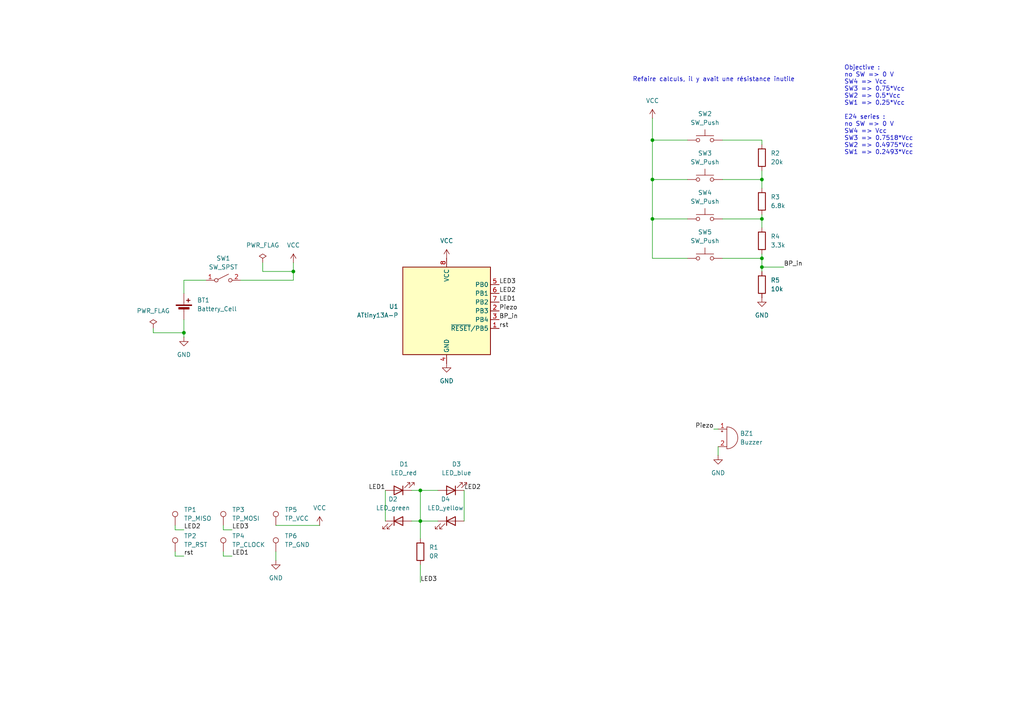
<source format=kicad_sch>
(kicad_sch (version 20231120) (generator "eeschema") (generator_version "8.0")
  (paper "A4")
  (lib_symbols
    (symbol "Connector:TestPoint" (pin_numbers hide) (pin_names (offset 0.762) hide)
      (property "Reference" "TP" (at 0 6.858 0))
      (property "Value" "TestPoint" (at 0 5.08 0))
      (symbol "TestPoint_0_1"
        (circle (center 0 3.302) (radius 0.762))
      )
      (symbol "TestPoint_1_1"
        (pin passive line (at 0 0 90) (length 2.54) (name "1") (number "1"))
      )
    )
    (symbol "Device:Battery_Cell" (pin_numbers hide) (pin_names (offset 0) hide)
      (property "Reference" "BT" (at 2.54 2.54 0))
      (property "Value" "Battery_Cell" (at 2.54 0 0))
      (symbol "Battery_Cell_0_1"
        (rectangle (start -2.286 1.778) (end 2.286 1.524) (fill (type outline)))
        (rectangle (start -1.524 1.016) (end 1.524 0.508) (fill (type outline)))
        (polyline (pts (xy 0 0.762) (xy 0 0)))
        (polyline (pts (xy 0 1.778) (xy 0 2.54)))
        (polyline (pts (xy 0.762 3.048) (xy 1.778 3.048)) (stroke (width 0.254)))
        (polyline (pts (xy 1.27 3.556) (xy 1.27 2.54)) (stroke (width 0.254)))
      )
      (symbol "Battery_Cell_1_1"
        (pin passive line (at 0 5.08 270) (length 2.54) (name "+") (number "1"))
        (pin passive line (at 0 -2.54 90) (length 2.54) (name "-") (number "2"))
      )
    )
    (symbol "Device:Buzzer" (pin_names (offset 0.0254) hide)
      (property "Reference" "BZ" (at 3.81 1.27 0))
      (property "Value" "Buzzer" (at 3.81 -1.27 0))
      (symbol "Buzzer_0_1"
        (arc (start 0 -3.175) (mid 3.1612 0) (end 0 3.175))
        (polyline (pts (xy -1.651 1.905) (xy -1.143 1.905)))
        (polyline (pts (xy -1.397 2.159) (xy -1.397 1.651)))
        (polyline (pts (xy 0 3.175) (xy 0 -3.175)))
      )
      (symbol "Buzzer_1_1"
        (pin passive line (at -2.54 2.54 0) (length 2.54) (name "+") (number "1"))
        (pin passive line (at -2.54 -2.54 0) (length 2.54) (name "-") (number "2"))
      )
    )
    (symbol "Device:LED" (pin_numbers hide) (pin_names (offset 1.016) hide)
      (property "Reference" "D" (at 0 2.54 0))
      (property "Value" "LED" (at 0 -2.54 0))
      (symbol "LED_0_1"
        (polyline (pts (xy -1.27 -1.27) (xy -1.27 1.27)) (stroke (width 0.254)))
        (polyline (pts (xy -1.27 0) (xy 1.27 0)))
        (polyline (pts (xy 1.27 -1.27) (xy 1.27 1.27) (xy -1.27 0) (xy 1.27 -1.27)) (stroke (width 0.254)))
        (polyline (pts (xy -3.048 -0.762) (xy -4.572 -2.286) (xy -3.81 -2.286) (xy -4.572 -2.286) (xy -4.572 -1.524)))
        (polyline (pts (xy -1.778 -0.762) (xy -3.302 -2.286) (xy -2.54 -2.286) (xy -3.302 -2.286) (xy -3.302 -1.524)))
      )
      (symbol "LED_1_1"
        (pin passive line (at -3.81 0 0) (length 2.54) (name "K") (number "1"))
        (pin passive line (at 3.81 0 180) (length 2.54) (name "A") (number "2"))
      )
    )
    (symbol "Device:R" (pin_numbers hide) (pin_names (offset 0))
      (property "Reference" "R" (at 2.032 0 90))
      (property "Value" "R" (at 0 0 90))
      (symbol "R_0_1"
        (rectangle (start -1.016 -2.54) (end 1.016 2.54) (stroke (width 0.254)))
      )
      (symbol "R_1_1"
        (pin passive line (at 0 3.81 270) (length 1.27) (name "~") (number "1"))
        (pin passive line (at 0 -3.81 90) (length 1.27) (name "~") (number "2"))
      )
    )
    (symbol "MCU_Microchip_ATtiny:ATtiny13A-P"
      (property "Reference" "U" (at -12.7 13.97 0))
      (property "Value" "ATtiny13A-P" (at 2.54 -13.97 0))
      (symbol "ATtiny13A-P_0_1"
        (rectangle (start -12.7 -12.7) (end 12.7 12.7) (stroke (width 0.254)) (fill (type background)))
      )
      (symbol "ATtiny13A-P_1_1"
        (pin bidirectional line (at 15.24 -5.08 180) (length 2.54) (name "~{RESET}/PB5") (number "1"))
        (pin bidirectional line (at 15.24 0 180) (length 2.54) (name "PB3") (number "2"))
        (pin bidirectional line (at 15.24 -2.54 180) (length 2.54) (name "PB4") (number "3"))
        (pin power_in line (at 0 -15.24 90) (length 2.54) (name "GND") (number "4"))
        (pin bidirectional line (at 15.24 7.62 180) (length 2.54) (name "PB0") (number "5"))
        (pin bidirectional line (at 15.24 5.08 180) (length 2.54) (name "PB1") (number "6"))
        (pin bidirectional line (at 15.24 2.54 180) (length 2.54) (name "PB2") (number "7"))
        (pin power_in line (at 0 15.24 270) (length 2.54) (name "VCC") (number "8"))
      )
    )
    (symbol "Switch:SW_Push" (pin_numbers hide) (pin_names (offset 1.016) hide)
      (property "Reference" "SW" (at 1.27 2.54 0))
      (property "Value" "SW_Push" (at 0 -1.524 0))
      (symbol "SW_Push_0_1"
        (circle (center -2.032 0) (radius 0.508))
        (polyline (pts (xy 0 1.27) (xy 0 3.048)))
        (polyline (pts (xy 2.54 1.27) (xy -2.54 1.27)))
        (circle (center 2.032 0) (radius 0.508))
        (pin passive line (at -5.08 0 0) (length 2.54) (name "1") (number "1"))
        (pin passive line (at 5.08 0 180) (length 2.54) (name "2") (number "2"))
      )
    )
    (symbol "Switch:SW_SPST" (pin_names (offset 0) hide)
      (property "Reference" "SW" (at 0 3.175 0))
      (property "Value" "SW_SPST" (at 0 -2.54 0))
      (symbol "SW_SPST_0_0"
        (circle (center -2.032 0) (radius 0.508))
        (polyline (pts (xy -1.524 0.254) (xy 1.524 1.778)))
        (circle (center 2.032 0) (radius 0.508))
      )
      (symbol "SW_SPST_1_1"
        (pin passive line (at -5.08 0 0) (length 2.54) (name "A") (number "1"))
        (pin passive line (at 5.08 0 180) (length 2.54) (name "B") (number "2"))
      )
    )
    (symbol "power:GND" (power) (pin_numbers hide) (pin_names (offset 0) hide)
      (property "Value" "GND" (at 0 -3.81 0))
      (symbol "GND_0_1"
        (polyline (pts (xy 0 0) (xy 0 -1.27) (xy 1.27 -1.27) (xy 0 -2.54) (xy -1.27 -1.27) (xy 0 -1.27)))
      )
      (symbol "GND_1_1"
        (pin power_in line (at 0 0 270) (length 0) (name "~") (number "1"))
      )
    )
    (symbol "power:PWR_FLAG" (power) (pin_numbers hide) (pin_names (offset 0) hide)
      (property "Value" "PWR_FLAG" (at 0 3.81 0))
      (symbol "PWR_FLAG_0_0"
        (pin power_out line (at 0 0 90) (length 0) (name "~") (number "1"))
      )
      (symbol "PWR_FLAG_0_1"
        (polyline (pts (xy 0 0) (xy 0 1.27) (xy -1.016 1.905) (xy 0 2.54) (xy 1.016 1.905) (xy 0 1.27)))
      )
    )
    (symbol "power:VCC" (power) (pin_numbers hide) (pin_names (offset 0) hide)
      (property "Value" "VCC" (at 0 3.556 0))
      (symbol "VCC_0_1"
        (polyline (pts (xy -0.762 1.27) (xy 0 2.54)))
        (polyline (pts (xy 0 0) (xy 0 2.54)))
        (polyline (pts (xy 0 2.54) (xy 0.762 1.27)))
      )
      (symbol "VCC_1_1"
        (pin power_in line (at 0 0 90) (length 0) (name "~") (number "1"))
      )
    )
  )
  (junction (at 220.98 77.47))
  (junction (at 220.98 52.07))
  (junction (at 53.34 96.52))
  (junction (at 189.23 63.5))
  (junction (at 121.92 142.24))
  (junction (at 85.09 78.74))
  (junction (at 189.23 40.64))
  (junction (at 220.98 63.5))
  (junction (at 220.98 74.93))
  (junction (at 121.92 151.13))
  (junction (at 189.23 52.07))
  (wire (pts (xy 220.98 73.66) (xy 220.98 74.93)))
  (wire (pts (xy 189.23 34.29) (xy 189.23 40.64)))
  (wire (pts (xy 220.98 63.5) (xy 220.98 66.04)))
  (wire (pts (xy 53.34 161.29) (xy 50.8 161.29)))
  (wire (pts (xy 119.38 151.13) (xy 121.92 151.13)))
  (wire (pts (xy 220.98 74.93) (xy 220.98 77.47)))
  (wire (pts (xy 121.92 142.24) (xy 127 142.24)))
  (wire (pts (xy 220.98 49.53) (xy 220.98 52.07)))
  (wire (pts (xy 85.09 78.74) (xy 85.09 81.28)))
  (wire (pts (xy 53.34 97.79) (xy 53.34 96.52)))
  (wire (pts (xy 80.01 152.4) (xy 92.71 152.4)))
  (wire (pts (xy 189.23 40.64) (xy 189.23 52.07)))
  (wire (pts (xy 220.98 77.47) (xy 220.98 78.74)))
  (wire (pts (xy 121.92 142.24) (xy 121.92 151.13)))
  (wire (pts (xy 199.39 74.93) (xy 189.23 74.93)))
  (wire (pts (xy 121.92 151.13) (xy 121.92 156.21)))
  (wire (pts (xy 208.28 129.54) (xy 208.28 132.08)))
  (wire (pts (xy 80.01 160.02) (xy 80.01 162.56)))
  (wire (pts (xy 111.76 142.24) (xy 111.76 151.13)))
  (wire (pts (xy 53.34 153.67) (xy 50.8 153.67)))
  (wire (pts (xy 85.09 76.2) (xy 85.09 78.74)))
  (wire (pts (xy 189.23 52.07) (xy 199.39 52.07)))
  (wire (pts (xy 76.2 78.74) (xy 85.09 78.74)))
  (wire (pts (xy 189.23 40.64) (xy 199.39 40.64)))
  (wire (pts (xy 59.69 81.28) (xy 53.34 81.28)))
  (wire (pts (xy 53.34 96.52) (xy 53.34 92.71)))
  (wire (pts (xy 67.31 161.29) (xy 64.77 161.29)))
  (wire (pts (xy 189.23 52.07) (xy 189.23 63.5)))
  (wire (pts (xy 220.98 62.23) (xy 220.98 63.5)))
  (wire (pts (xy 119.38 142.24) (xy 121.92 142.24)))
  (wire (pts (xy 209.55 52.07) (xy 220.98 52.07)))
  (wire (pts (xy 53.34 81.28) (xy 53.34 85.09)))
  (wire (pts (xy 64.77 153.67) (xy 64.77 152.4)))
  (wire (pts (xy 121.92 163.83) (xy 121.92 168.91)))
  (wire (pts (xy 121.92 151.13) (xy 127 151.13)))
  (wire (pts (xy 227.33 77.47) (xy 220.98 77.47)))
  (wire (pts (xy 220.98 52.07) (xy 220.98 54.61)))
  (wire (pts (xy 69.85 81.28) (xy 85.09 81.28)))
  (wire (pts (xy 189.23 63.5) (xy 199.39 63.5)))
  (wire (pts (xy 209.55 74.93) (xy 220.98 74.93)))
  (wire (pts (xy 76.2 76.2) (xy 76.2 78.74)))
  (wire (pts (xy 209.55 40.64) (xy 220.98 40.64)))
  (wire (pts (xy 220.98 40.64) (xy 220.98 41.91)))
  (wire (pts (xy 64.77 161.29) (xy 64.77 160.02)))
  (wire (pts (xy 134.62 142.24) (xy 134.62 151.13)))
  (wire (pts (xy 207.01 124.46) (xy 208.28 124.46)))
  (wire (pts (xy 44.45 96.52) (xy 53.34 96.52)))
  (wire (pts (xy 209.55 63.5) (xy 220.98 63.5)))
  (wire (pts (xy 44.45 95.25) (xy 44.45 96.52)))
  (wire (pts (xy 50.8 153.67) (xy 50.8 152.4)))
  (wire (pts (xy 50.8 161.29) (xy 50.8 160.02)))
  (wire (pts (xy 189.23 63.5) (xy 189.23 74.93)))
  (wire (pts (xy 67.31 153.67) (xy 64.77 153.67)))
  (text "Objective :\nno SW => 0 V\nSW4 => Vcc\nSW3 => 0.75*Vcc\nSW2 => 0.5*Vcc\nSW1 => 0.25*Vcc\n\nE24 series :\nno SW => 0 V\nSW4 => Vcc\nSW3 => 0.7518*Vcc\nSW2 => 0.4975*Vcc\nSW1 => 0.2493*Vcc" (at 244.856 32.004 0) (effects (font (size 1.27 1.27)) (justify left)))
  (text "Refaire calculs, il y avait une résistance inutile\n" (at 207.01 23.114 0) (effects (font (size 1.27 1.27))))
  (label "LED3" (at 121.92 168.91 0))
  (label "BP_in" (at 144.78 92.71 0))
  (label "rst" (at 144.78 95.25 0))
  (label "Piezo" (at 144.78 90.17 0))
  (label "LED2" (at 53.34 153.67 0))
  (label "Piezo" (at 207.01 124.46 180))
  (label "LED3" (at 67.31 153.67 0))
  (label "LED1" (at 144.78 87.63 0))
  (label "LED1" (at 67.31 161.29 0))
  (label "BP_in" (at 227.33 77.47 0))
  (label "LED2" (at 134.62 142.24 0))
  (label "LED1" (at 111.76 142.24 180))
  (label "rst" (at 53.34 161.29 0))
  (label "LED3" (at 144.78 82.55 0))
  (label "LED2" (at 144.78 85.09 0))
  (symbol (lib_id "Connector:TestPoint") (at 50.8 160.02 0) (unit 1)
    (property "Reference" "TP2" (at 53.34 155.4479 0) (effects (justify left)))
    (property "Value" "TP_RST" (at 53.34 157.9879 0) (effects (justify left)))
    (property "Footprint" "TestPoint:TestPoint_Pad_D2.5mm" (effects (hide yes)))
    (property "Description" "test point" (effects (hide yes)))
  )
  (symbol (lib_id "Switch:SW_Push") (at 204.47 52.07 0) (unit 1)
    (property "Reference" "SW3" (at 204.47 44.45 0))
    (property "Value" "SW_Push" (at 204.47 46.99 0))
    (property "Footprint" "Button_Switch_THT:SW_PUSH_6mm_H5mm" (effects (hide yes)))
    (property "Description" "Push button switch, generic, two pins" (effects (hide yes)))
  )
  (symbol (lib_id "power:VCC") (at 92.71 152.4 0) (unit 1)
    (property "Reference" "#PWR04" (effects (hide yes)))
    (property "Value" "VCC" (at 92.71 147.32 0))
    (property "Description" "Power symbol creates a global label with name \"VCC\"" (effects (hide yes)))
  )
  (symbol (lib_id "Device:LED") (at 115.57 142.24 180) (unit 1)
    (property "Reference" "D1" (at 117.1575 134.62 0))
    (property "Value" "LED_red" (at 117.1575 137.16 0))
    (property "Footprint" "LED_THT:LED_D5.0mm" (effects (hide yes)))
    (property "Description" "Light emitting diode" (effects (hide yes)))
  )
  (symbol (lib_id "Switch:SW_SPST") (at 64.77 81.28 0) (unit 1)
    (property "Reference" "SW1" (at 64.77 74.93 0))
    (property "Value" "SW_SPST" (at 64.77 77.47 0))
    (property "Footprint" "Button_Switch_THT:SW_Slide_SPDT_Angled_CK_OS102011MA1Q" (effects (hide yes)))
    (property "Description" "Single Pole Single Throw (SPST) switch" (effects (hide yes)))
  )
  (symbol (lib_id "Switch:SW_Push") (at 204.47 74.93 0) (unit 1)
    (property "Reference" "SW5" (at 204.47 67.31 0))
    (property "Value" "SW_Push" (at 204.47 69.85 0))
    (property "Footprint" "Button_Switch_THT:SW_PUSH_6mm_H5mm" (effects (hide yes)))
    (property "Description" "Push button switch, generic, two pins" (effects (hide yes)))
  )
  (symbol (lib_id "Device:LED") (at 115.57 151.13 0) (unit 1)
    (property "Reference" "D2" (at 113.9825 144.78 0))
    (property "Value" "LED_green" (at 113.9825 147.32 0))
    (property "Footprint" "LED_THT:LED_D5.0mm" (effects (hide yes)))
    (property "Description" "Light emitting diode" (effects (hide yes)))
  )
  (symbol (lib_id "Device:R") (at 220.98 69.85 0) (unit 1)
    (property "Reference" "R4" (at 223.52 68.5799 0) (effects (justify left)))
    (property "Value" "3.3k" (at 223.52 71.1199 0) (effects (justify left)))
    (property "Footprint" "Resistor_THT:R_Axial_DIN0207_L6.3mm_D2.5mm_P7.62mm_Horizontal" (effects (hide yes)))
    (property "Description" "Resistor" (effects (hide yes)))
  )
  (symbol (lib_id "Device:Buzzer") (at 210.82 127 0) (unit 1)
    (property "Reference" "BZ1" (at 214.63 125.7299 0) (effects (justify left)))
    (property "Value" "Buzzer" (at 214.63 128.2699 0) (effects (justify left)))
    (property "Footprint" "Buzzer_Beeper:Buzzer_TDK_PS1240P02BT_D12.2mm_H6.5mm" (effects (hide yes)))
    (property "Description" "Buzzer, polarized" (effects (hide yes)))
  )
  (symbol (lib_id "power:PWR_FLAG") (at 44.45 95.25 0) (unit 1)
    (property "Reference" "#FLG01" (effects (hide yes)))
    (property "Value" "PWR_FLAG" (at 44.45 90.17 0))
    (property "Description" "Special symbol for telling ERC where power comes from" (effects (hide yes)))
  )
  (symbol (lib_id "MCU_Microchip_ATtiny:ATtiny13A-P") (at 129.54 90.17 0) (unit 1)
    (property "Reference" "U1" (at 115.57 88.8999 0) (effects (justify right)))
    (property "Value" "ATtiny13A-P" (at 115.57 91.4399 0) (effects (justify right)))
    (property "Footprint" "Package_DIP:DIP-8_W7.62mm" (effects (hide yes)))
    (property "Datasheet" "http://ww1.microchip.com/downloads/en/DeviceDoc/doc8126.pdf" (effects (hide yes)))
    (property "Description" "20MHz, 1kB Flash, 64B SRAM, 64B EEPROM, debugWIRE, DIP-8" (effects (hide yes)))
  )
  (symbol (lib_id "Connector:TestPoint") (at 80.01 160.02 0) (unit 1)
    (property "Reference" "TP6" (at 82.55 155.4479 0) (effects (justify left)))
    (property "Value" "TP_GND" (at 82.55 157.9879 0) (effects (justify left)))
    (property "Footprint" "TestPoint:TestPoint_Pad_D2.5mm" (effects (hide yes)))
    (property "Description" "test point" (effects (hide yes)))
  )
  (symbol (lib_id "power:VCC") (at 189.23 34.29 0) (unit 1)
    (property "Reference" "#PWR08" (effects (hide yes)))
    (property "Value" "VCC" (at 189.23 29.21 0))
    (property "Description" "Power symbol creates a global label with name \"VCC\"" (effects (hide yes)))
  )
  (symbol (lib_id "power:GND") (at 53.34 97.79 0) (unit 1)
    (property "Reference" "#PWR01" (effects (hide yes)))
    (property "Value" "GND" (at 53.34 102.87 0))
    (property "Description" "Power symbol creates a global label with name \"GND\" , ground" (effects (hide yes)))
  )
  (symbol (lib_id "Connector:TestPoint") (at 64.77 152.4 0) (unit 1)
    (property "Reference" "TP3" (at 67.31 147.8279 0) (effects (justify left)))
    (property "Value" "TP_MOSI" (at 67.31 150.3679 0) (effects (justify left)))
    (property "Footprint" "TestPoint:TestPoint_Pad_D2.5mm" (effects (hide yes)))
    (property "Description" "test point" (effects (hide yes)))
  )
  (symbol (lib_id "Switch:SW_Push") (at 204.47 63.5 0) (unit 1)
    (property "Reference" "SW4" (at 204.47 55.88 0))
    (property "Value" "SW_Push" (at 204.47 58.42 0))
    (property "Footprint" "Button_Switch_THT:SW_PUSH_6mm_H5mm" (effects (hide yes)))
    (property "Description" "Push button switch, generic, two pins" (effects (hide yes)))
  )
  (symbol (lib_id "Device:LED") (at 130.81 142.24 180) (unit 1)
    (property "Reference" "D3" (at 132.3975 134.62 0))
    (property "Value" "LED_blue" (at 132.3975 137.16 0))
    (property "Footprint" "LED_THT:LED_D5.0mm" (effects (hide yes)))
    (property "Description" "Light emitting diode" (effects (hide yes)))
  )
  (symbol (lib_id "Device:R") (at 220.98 45.72 0) (unit 1)
    (property "Reference" "R2" (at 223.52 44.4499 0) (effects (justify left)))
    (property "Value" "20k" (at 223.52 46.9899 0) (effects (justify left)))
    (property "Footprint" "Resistor_THT:R_Axial_DIN0207_L6.3mm_D2.5mm_P7.62mm_Horizontal" (effects (hide yes)))
    (property "Description" "Resistor" (effects (hide yes)))
  )
  (symbol (lib_id "power:GND") (at 129.54 105.41 0) (unit 1)
    (property "Reference" "#PWR06" (effects (hide yes)))
    (property "Value" "GND" (at 129.54 110.49 0))
    (property "Description" "Power symbol creates a global label with name \"GND\" , ground" (effects (hide yes)))
  )
  (symbol (lib_id "Device:R") (at 220.98 82.55 0) (unit 1)
    (property "Reference" "R5" (at 223.52 81.2799 0) (effects (justify left)))
    (property "Value" "10k" (at 223.52 83.8199 0) (effects (justify left)))
    (property "Footprint" "Resistor_THT:R_Axial_DIN0207_L6.3mm_D2.5mm_P7.62mm_Horizontal" (effects (hide yes)))
    (property "Description" "Resistor" (effects (hide yes)))
  )
  (symbol (lib_id "power:PWR_FLAG") (at 76.2 76.2 0) (unit 1)
    (property "Reference" "#FLG02" (effects (hide yes)))
    (property "Value" "PWR_FLAG" (at 76.2 71.12 0))
    (property "Description" "Special symbol for telling ERC where power comes from" (effects (hide yes)))
  )
  (symbol (lib_id "Switch:SW_Push") (at 204.47 40.64 0) (unit 1)
    (property "Reference" "SW2" (at 204.47 33.02 0))
    (property "Value" "SW_Push" (at 204.47 35.56 0))
    (property "Footprint" "Button_Switch_THT:SW_PUSH_6mm_H5mm" (effects (hide yes)))
    (property "Description" "Push button switch, generic, two pins" (effects (hide yes)))
  )
  (symbol (lib_id "Connector:TestPoint") (at 50.8 152.4 0) (unit 1)
    (property "Reference" "TP1" (at 53.34 147.8279 0) (effects (justify left)))
    (property "Value" "TP_MISO" (at 53.34 150.3679 0) (effects (justify left)))
    (property "Footprint" "TestPoint:TestPoint_Pad_D2.5mm" (effects (hide yes)))
    (property "Description" "test point" (effects (hide yes)))
  )
  (symbol (lib_id "power:VCC") (at 129.54 74.93 0) (unit 1)
    (property "Reference" "#PWR05" (effects (hide yes)))
    (property "Value" "VCC" (at 129.54 69.85 0))
    (property "Description" "Power symbol creates a global label with name \"VCC\"" (effects (hide yes)))
  )
  (symbol (lib_id "Connector:TestPoint") (at 64.77 160.02 0) (unit 1)
    (property "Reference" "TP4" (at 67.31 155.4479 0) (effects (justify left)))
    (property "Value" "TP_CLOCK" (at 67.31 157.9879 0) (effects (justify left)))
    (property "Footprint" "TestPoint:TestPoint_Pad_D2.5mm" (effects (hide yes)))
    (property "Description" "test point" (effects (hide yes)))
  )
  (symbol (lib_id "Device:Battery_Cell") (at 53.34 90.17 0) (unit 1)
    (property "Reference" "BT1" (at 57.15 87.0584 0) (effects (justify left)))
    (property "Value" "Battery_Cell" (at 57.15 89.5984 0) (effects (justify left)))
    (property "Footprint" "Battery:BatteryHolder_Keystone_103_1x20mm" (effects (hide yes)))
    (property "Description" "Single-cell battery" (effects (hide yes)))
  )
  (symbol (lib_id "Device:R") (at 121.92 160.02 180) (unit 1)
    (property "Reference" "R1" (at 124.46 158.7499 0) (effects (justify right)))
    (property "Value" "0R" (at 124.46 161.2899 0) (effects (justify right)))
    (property "Footprint" "Resistor_THT:R_Axial_DIN0207_L6.3mm_D2.5mm_P7.62mm_Horizontal" (effects (hide yes)))
    (property "Description" "Resistor" (effects (hide yes)))
  )
  (symbol (lib_id "power:VCC") (at 85.09 76.2 0) (unit 1)
    (property "Reference" "#PWR03" (effects (hide yes)))
    (property "Value" "VCC" (at 85.09 71.12 0))
    (property "Description" "Power symbol creates a global label with name \"VCC\"" (effects (hide yes)))
  )
  (symbol (lib_id "power:GND") (at 220.98 86.36 0) (unit 1)
    (property "Reference" "#PWR09" (effects (hide yes)))
    (property "Value" "GND" (at 220.98 91.44 0))
    (property "Description" "Power symbol creates a global label with name \"GND\" , ground" (effects (hide yes)))
  )
  (symbol (lib_id "Device:LED") (at 130.81 151.13 0) (unit 1)
    (property "Reference" "D4" (at 129.2225 144.78 0))
    (property "Value" "LED_yellow" (at 129.2225 147.32 0))
    (property "Footprint" "LED_THT:LED_D5.0mm" (effects (hide yes)))
    (property "Description" "Light emitting diode" (effects (hide yes)))
  )
  (symbol (lib_id "Connector:TestPoint") (at 80.01 152.4 0) (unit 1)
    (property "Reference" "TP5" (at 82.55 147.8279 0) (effects (justify left)))
    (property "Value" "TP_VCC" (at 82.55 150.3679 0) (effects (justify left)))
    (property "Footprint" "TestPoint:TestPoint_Pad_D2.5mm" (effects (hide yes)))
    (property "Description" "test point" (effects (hide yes)))
  )
  (symbol (lib_id "power:GND") (at 80.01 162.56 0) (unit 1)
    (property "Reference" "#PWR02" (effects (hide yes)))
    (property "Value" "GND" (at 80.01 167.64 0))
    (property "Description" "Power symbol creates a global label with name \"GND\" , ground" (effects (hide yes)))
  )
  (symbol (lib_id "Device:R") (at 220.98 58.42 0) (unit 1)
    (property "Reference" "R3" (at 223.52 57.1499 0) (effects (justify left)))
    (property "Value" "6.8k" (at 223.52 59.6899 0) (effects (justify left)))
    (property "Footprint" "Resistor_THT:R_Axial_DIN0207_L6.3mm_D2.5mm_P7.62mm_Horizontal" (effects (hide yes)))
    (property "Description" "Resistor" (effects (hide yes)))
  )
  (symbol (lib_id "power:GND") (at 208.28 132.08 0) (unit 1)
    (property "Reference" "#PWR07" (effects (hide yes)))
    (property "Value" "GND" (at 208.28 137.16 0))
    (property "Description" "Power symbol creates a global label with name \"GND\" , ground" (effects (hide yes)))
  )
)
</source>
